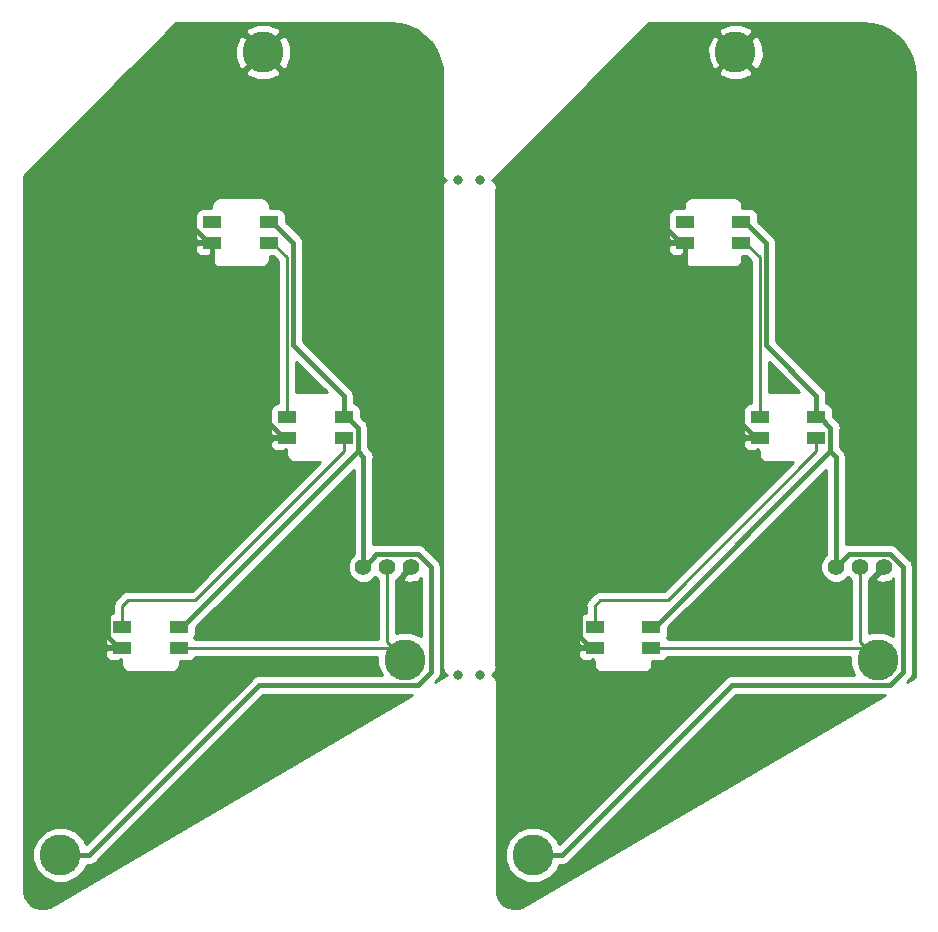
<source format=gbl>
G04 #@! TF.GenerationSoftware,KiCad,Pcbnew,5.0.2-bee76a0~70~ubuntu18.04.1*
G04 #@! TF.CreationDate,2019-06-15T01:44:12+09:00*
G04 #@! TF.ProjectId,shield,73686965-6c64-42e6-9b69-6361645f7063,rev?*
G04 #@! TF.SameCoordinates,Original*
G04 #@! TF.FileFunction,Copper,L2,Bot*
G04 #@! TF.FilePolarity,Positive*
%FSLAX46Y46*%
G04 Gerber Fmt 4.6, Leading zero omitted, Abs format (unit mm)*
G04 Created by KiCad (PCBNEW 5.0.2-bee76a0~70~ubuntu18.04.1) date 2019年06月15日 01時44分12秒*
%MOMM*%
%LPD*%
G01*
G04 APERTURE LIST*
G04 #@! TA.AperFunction,SMDPad,CuDef*
%ADD10R,1.600000X1.000000*%
G04 #@! TD*
G04 #@! TA.AperFunction,ComponentPad*
%ADD11C,1.397000*%
G04 #@! TD*
G04 #@! TA.AperFunction,ComponentPad*
%ADD12C,3.470000*%
G04 #@! TD*
G04 #@! TA.AperFunction,ViaPad*
%ADD13C,0.800000*%
G04 #@! TD*
G04 #@! TA.AperFunction,Conductor*
%ADD14C,0.400000*%
G04 #@! TD*
G04 #@! TA.AperFunction,Conductor*
%ADD15C,0.250000*%
G04 #@! TD*
G04 #@! TA.AperFunction,Conductor*
%ADD16C,0.254000*%
G04 #@! TD*
G04 APERTURE END LIST*
D10*
G04 #@! TO.P,L1,2*
G04 #@! TO.N,GND*
X109360000Y-74535000D03*
G04 #@! TO.P,L1,1*
G04 #@! TO.N,Net-(L1-Pad1)*
X109360000Y-72785000D03*
G04 #@! TO.P,L1,4*
G04 #@! TO.N,VCC*
X114160000Y-72785000D03*
G04 #@! TO.P,L1,3*
G04 #@! TO.N,LED*
X114160000Y-74535000D03*
G04 #@! TD*
D11*
G04 #@! TO.P,GND,1*
G04 #@! TO.N,GND*
X133858000Y-67691000D03*
G04 #@! TD*
D10*
G04 #@! TO.P,L3,2*
G04 #@! TO.N,GND*
X116980000Y-40245000D03*
G04 #@! TO.P,L3,1*
G04 #@! TO.N,Net-(L3-Pad1)*
X116980000Y-38495000D03*
G04 #@! TO.P,L3,4*
G04 #@! TO.N,VCC*
X121780000Y-38495000D03*
G04 #@! TO.P,L3,3*
G04 #@! TO.N,Net-(L2-Pad1)*
X121780000Y-40245000D03*
G04 #@! TD*
D12*
G04 #@! TO.P,J5,1*
G04 #@! TO.N,GND*
X121285000Y-24130000D03*
G04 #@! TD*
G04 #@! TO.P,J4,1*
G04 #@! TO.N,VCC*
X104140000Y-92075000D03*
G04 #@! TD*
G04 #@! TO.P,J3,1*
G04 #@! TO.N,LED*
X133350000Y-75565000D03*
G04 #@! TD*
D11*
G04 #@! TO.P,VCC,1*
G04 #@! TO.N,VCC*
X129794000Y-67691000D03*
G04 #@! TD*
D10*
G04 #@! TO.P,L2,2*
G04 #@! TO.N,GND*
X123330000Y-56755000D03*
G04 #@! TO.P,L2,1*
G04 #@! TO.N,Net-(L2-Pad1)*
X123330000Y-55005000D03*
G04 #@! TO.P,L2,4*
G04 #@! TO.N,VCC*
X128130000Y-55005000D03*
G04 #@! TO.P,L2,3*
G04 #@! TO.N,Net-(L1-Pad1)*
X128130000Y-56755000D03*
G04 #@! TD*
D11*
G04 #@! TO.P,LED,1*
G04 #@! TO.N,LED*
X131826000Y-67691000D03*
G04 #@! TD*
G04 #@! TO.P,GND,1*
G04 #@! TO.N,GND*
X93853000Y-67691000D03*
G04 #@! TD*
G04 #@! TO.P,VCC,1*
G04 #@! TO.N,VCC*
X89789000Y-67691000D03*
G04 #@! TD*
G04 #@! TO.P,LED,1*
G04 #@! TO.N,LED*
X91821000Y-67691000D03*
G04 #@! TD*
D10*
G04 #@! TO.P,L1,3*
G04 #@! TO.N,LED*
X74155000Y-74535000D03*
G04 #@! TO.P,L1,4*
G04 #@! TO.N,VCC*
X74155000Y-72785000D03*
G04 #@! TO.P,L1,1*
G04 #@! TO.N,Net-(L1-Pad1)*
X69355000Y-72785000D03*
G04 #@! TO.P,L1,2*
G04 #@! TO.N,GND*
X69355000Y-74535000D03*
G04 #@! TD*
G04 #@! TO.P,L2,3*
G04 #@! TO.N,Net-(L1-Pad1)*
X88125000Y-56755000D03*
G04 #@! TO.P,L2,4*
G04 #@! TO.N,VCC*
X88125000Y-55005000D03*
G04 #@! TO.P,L2,1*
G04 #@! TO.N,Net-(L2-Pad1)*
X83325000Y-55005000D03*
G04 #@! TO.P,L2,2*
G04 #@! TO.N,GND*
X83325000Y-56755000D03*
G04 #@! TD*
G04 #@! TO.P,L3,3*
G04 #@! TO.N,Net-(L2-Pad1)*
X81775000Y-40245000D03*
G04 #@! TO.P,L3,4*
G04 #@! TO.N,VCC*
X81775000Y-38495000D03*
G04 #@! TO.P,L3,1*
G04 #@! TO.N,Net-(L3-Pad1)*
X76975000Y-38495000D03*
G04 #@! TO.P,L3,2*
G04 #@! TO.N,GND*
X76975000Y-40245000D03*
G04 #@! TD*
D12*
G04 #@! TO.P,J4,1*
G04 #@! TO.N,VCC*
X64135000Y-92075000D03*
G04 #@! TD*
G04 #@! TO.P,J5,1*
G04 #@! TO.N,GND*
X81280000Y-24130000D03*
G04 #@! TD*
G04 #@! TO.P,J3,1*
G04 #@! TO.N,LED*
X93345000Y-75565000D03*
G04 #@! TD*
D13*
G04 #@! TO.N,GND*
X97790000Y-34925000D03*
X99695000Y-34925000D03*
X97790000Y-76835000D03*
X99695000Y-76835000D03*
X90170000Y-72390000D03*
X85090000Y-52070000D03*
X130175000Y-72390000D03*
X125095000Y-52070000D03*
G04 #@! TD*
D14*
G04 #@! TO.N,VCC*
X88425000Y-55005000D02*
X88125000Y-55005000D01*
X89325001Y-57914999D02*
X89325000Y-55905000D01*
X74455000Y-72785000D02*
X89325001Y-57914999D01*
X89325000Y-55905000D02*
X88425000Y-55005000D01*
X74155000Y-72785000D02*
X74455000Y-72785000D01*
X89789000Y-58378998D02*
X89325001Y-57914999D01*
X89789000Y-67691000D02*
X89789000Y-58378998D01*
X82075000Y-38495000D02*
X81775000Y-38495000D01*
X83850010Y-40270010D02*
X82075000Y-38495000D01*
X88125000Y-53200000D02*
X83850010Y-48925010D01*
X83850010Y-48925010D02*
X83850010Y-40270010D01*
X88125000Y-55005000D02*
X88125000Y-53200000D01*
X90487499Y-66992501D02*
X89789000Y-67691000D01*
X90887501Y-66592499D02*
X90487499Y-66992501D01*
X94380281Y-66592499D02*
X90887501Y-66592499D01*
X95480001Y-67692219D02*
X94380281Y-66592499D01*
X95480001Y-76589801D02*
X95480001Y-67692219D01*
X94369801Y-77700001D02*
X95480001Y-76589801D01*
X80963659Y-77700001D02*
X94369801Y-77700001D01*
X66588660Y-92075000D02*
X80963659Y-77700001D01*
X64135000Y-92075000D02*
X66588660Y-92075000D01*
X114160000Y-72785000D02*
X114460000Y-72785000D01*
X129794000Y-58378998D02*
X129330001Y-57914999D01*
X129794000Y-67691000D02*
X129794000Y-58378998D01*
X114460000Y-72785000D02*
X129330001Y-57914999D01*
X120968659Y-77700001D02*
X134374801Y-77700001D01*
X106593660Y-92075000D02*
X120968659Y-77700001D01*
X104140000Y-92075000D02*
X106593660Y-92075000D01*
X130492499Y-66992501D02*
X129794000Y-67691000D01*
X130892501Y-66592499D02*
X130492499Y-66992501D01*
X134385281Y-66592499D02*
X130892501Y-66592499D01*
X135485001Y-67692219D02*
X134385281Y-66592499D01*
X135485001Y-76589801D02*
X135485001Y-67692219D01*
X134374801Y-77700001D02*
X135485001Y-76589801D01*
X122080000Y-38495000D02*
X121780000Y-38495000D01*
X123855010Y-40270010D02*
X122080000Y-38495000D01*
X128130000Y-53200000D02*
X123855010Y-48925010D01*
X123855010Y-48925010D02*
X123855010Y-40270010D01*
X128130000Y-55005000D02*
X128130000Y-53200000D01*
X128430000Y-55005000D02*
X128130000Y-55005000D01*
X129330001Y-57914999D02*
X129330000Y-55905000D01*
X129330000Y-55905000D02*
X128430000Y-55005000D01*
D15*
G04 #@! TO.N,LED*
X91821000Y-74041000D02*
X93345000Y-75565000D01*
X91821000Y-67691000D02*
X91821000Y-74041000D01*
X92315000Y-74535000D02*
X93345000Y-75565000D01*
X74155000Y-74535000D02*
X92315000Y-74535000D01*
X132320000Y-74535000D02*
X133350000Y-75565000D01*
X114160000Y-74535000D02*
X132320000Y-74535000D01*
X131826000Y-74041000D02*
X133350000Y-75565000D01*
X131826000Y-67691000D02*
X131826000Y-74041000D01*
G04 #@! TO.N,Net-(L1-Pad1)*
X88125000Y-56755000D02*
X88125000Y-57925000D01*
X69355000Y-72785000D02*
X69355000Y-70980000D01*
X69355000Y-70980000D02*
X69850000Y-70485000D01*
X69850000Y-70485000D02*
X75565000Y-70485000D01*
X88125000Y-57925000D02*
X75565000Y-70485000D01*
X128130000Y-56755000D02*
X128130000Y-57925000D01*
X109360000Y-72785000D02*
X109360000Y-70980000D01*
X109360000Y-70980000D02*
X109855000Y-70485000D01*
X109855000Y-70485000D02*
X115570000Y-70485000D01*
X128130000Y-57925000D02*
X115570000Y-70485000D01*
D14*
G04 #@! TO.N,GND*
X81280000Y-24130000D02*
X74930000Y-30480000D01*
X76675000Y-40245000D02*
X76975000Y-40245000D01*
X74930000Y-38500000D02*
X76675000Y-40245000D01*
X74930000Y-30480000D02*
X74930000Y-38500000D01*
X83025000Y-56755000D02*
X83325000Y-56755000D01*
X76975000Y-50705000D02*
X83025000Y-56755000D01*
X76975000Y-40245000D02*
X76975000Y-50705000D01*
X68155000Y-73635000D02*
X69055000Y-74535000D01*
X69055000Y-74535000D02*
X69355000Y-74535000D01*
X68154999Y-70725001D02*
X68155000Y-73635000D01*
X82125000Y-56755000D02*
X68154999Y-70725001D01*
X83325000Y-56755000D02*
X82125000Y-56755000D01*
X123330000Y-56755000D02*
X122130000Y-56755000D01*
X123030000Y-56755000D02*
X123330000Y-56755000D01*
X116980000Y-50705000D02*
X123030000Y-56755000D01*
X116980000Y-40245000D02*
X116980000Y-50705000D01*
X108160000Y-73635000D02*
X109060000Y-74535000D01*
X109060000Y-74535000D02*
X109360000Y-74535000D01*
X108159999Y-70725001D02*
X108160000Y-73635000D01*
X122130000Y-56755000D02*
X108159999Y-70725001D01*
X121285000Y-24130000D02*
X114935000Y-30480000D01*
X116680000Y-40245000D02*
X116980000Y-40245000D01*
X114935000Y-38500000D02*
X116680000Y-40245000D01*
X114935000Y-30480000D02*
X114935000Y-38500000D01*
D15*
G04 #@! TO.N,Net-(L2-Pad1)*
X82075000Y-40245000D02*
X81775000Y-40245000D01*
X83325000Y-41495000D02*
X82075000Y-40245000D01*
X83325000Y-55005000D02*
X83325000Y-41495000D01*
X122080000Y-40245000D02*
X121780000Y-40245000D01*
X123330000Y-41495000D02*
X122080000Y-40245000D01*
X123330000Y-55005000D02*
X123330000Y-41495000D01*
G04 #@! TD*
D16*
G04 #@! TO.N,GND*
G36*
X132853358Y-21736842D02*
X133602277Y-21941723D01*
X134303072Y-22275986D01*
X134933605Y-22729069D01*
X135473934Y-23286645D01*
X135906989Y-23931099D01*
X136219073Y-24642044D01*
X136401640Y-25402493D01*
X136450000Y-26061031D01*
X136450001Y-77062750D01*
X135830668Y-77425002D01*
X136017284Y-77238386D01*
X136087002Y-77191802D01*
X136271553Y-76915602D01*
X136320001Y-76672038D01*
X136320001Y-76672037D01*
X136336359Y-76589801D01*
X136320001Y-76507564D01*
X136320001Y-67774456D01*
X136336359Y-67692219D01*
X136271553Y-67366418D01*
X136133585Y-67159935D01*
X136087002Y-67090218D01*
X136017283Y-67043634D01*
X135033868Y-66060219D01*
X134987282Y-65990498D01*
X134711082Y-65805947D01*
X134467518Y-65757499D01*
X134467514Y-65757499D01*
X134385281Y-65741142D01*
X134303048Y-65757499D01*
X130974733Y-65757499D01*
X130892500Y-65741142D01*
X130810267Y-65757499D01*
X130810264Y-65757499D01*
X130629000Y-65793555D01*
X130629000Y-58461235D01*
X130645358Y-58378998D01*
X130580552Y-58053198D01*
X130580552Y-58053197D01*
X130396001Y-57776997D01*
X130326280Y-57730411D01*
X130165001Y-57569132D01*
X130164999Y-55987237D01*
X130181357Y-55904999D01*
X130116552Y-55579199D01*
X129978584Y-55372716D01*
X129978582Y-55372714D01*
X129932000Y-55302999D01*
X129862284Y-55256417D01*
X129577440Y-54971572D01*
X129577440Y-54505000D01*
X129528157Y-54257235D01*
X129387809Y-54047191D01*
X129177765Y-53906843D01*
X128965000Y-53864522D01*
X128965000Y-53282237D01*
X128981358Y-53200000D01*
X128916552Y-52874199D01*
X128778584Y-52667716D01*
X128732001Y-52597999D01*
X128662283Y-52551415D01*
X124690010Y-48579143D01*
X124690010Y-40352242D01*
X124706367Y-40270009D01*
X124690010Y-40187776D01*
X124690010Y-40187773D01*
X124641562Y-39944209D01*
X124457011Y-39668009D01*
X124387293Y-39621425D01*
X123227440Y-38461573D01*
X123227440Y-37995000D01*
X123178157Y-37747235D01*
X123037809Y-37537191D01*
X122827765Y-37396843D01*
X122580000Y-37347560D01*
X121840000Y-37347560D01*
X121840000Y-37189926D01*
X121853909Y-37120000D01*
X121798805Y-36842972D01*
X121641881Y-36608119D01*
X121407028Y-36451195D01*
X121199926Y-36410000D01*
X121199925Y-36410000D01*
X121130000Y-36396091D01*
X121060074Y-36410000D01*
X117699925Y-36410000D01*
X117630000Y-36396091D01*
X117560074Y-36410000D01*
X117352972Y-36451195D01*
X117118119Y-36608119D01*
X116961195Y-36842972D01*
X116906091Y-37120000D01*
X116920000Y-37189926D01*
X116920000Y-37347560D01*
X116180000Y-37347560D01*
X115932235Y-37396843D01*
X115722191Y-37537191D01*
X115581843Y-37747235D01*
X115532560Y-37995000D01*
X115532560Y-38995000D01*
X115581843Y-39242765D01*
X115662900Y-39364074D01*
X115641673Y-39385301D01*
X115545000Y-39618690D01*
X115545000Y-39959250D01*
X115703750Y-40118000D01*
X116853000Y-40118000D01*
X116853000Y-40098000D01*
X116920001Y-40098000D01*
X116920001Y-40392000D01*
X116853000Y-40392000D01*
X116853000Y-40372000D01*
X115703750Y-40372000D01*
X115545000Y-40530750D01*
X115545000Y-40871310D01*
X115641673Y-41104699D01*
X115820302Y-41283327D01*
X116053691Y-41380000D01*
X116694250Y-41380000D01*
X116852998Y-41221252D01*
X116852998Y-41380000D01*
X116920001Y-41380000D01*
X116920001Y-41550069D01*
X116906091Y-41620000D01*
X116961195Y-41897028D01*
X117118119Y-42131881D01*
X117352972Y-42288805D01*
X117560074Y-42330000D01*
X117560075Y-42330000D01*
X117630000Y-42343909D01*
X117699926Y-42330000D01*
X121060075Y-42330000D01*
X121130000Y-42343909D01*
X121407028Y-42288805D01*
X121641881Y-42131881D01*
X121798805Y-41897028D01*
X121840000Y-41689926D01*
X121853909Y-41620000D01*
X121840000Y-41550074D01*
X121840000Y-41392440D01*
X122152639Y-41392440D01*
X122570001Y-41809803D01*
X122570000Y-53857560D01*
X122530000Y-53857560D01*
X122282235Y-53906843D01*
X122072191Y-54047191D01*
X121931843Y-54257235D01*
X121882560Y-54505000D01*
X121882560Y-55505000D01*
X121931843Y-55752765D01*
X122012900Y-55874074D01*
X121991673Y-55895301D01*
X121895000Y-56128690D01*
X121895000Y-56469250D01*
X122053750Y-56628000D01*
X123203000Y-56628000D01*
X123203000Y-56608000D01*
X123270001Y-56608000D01*
X123270001Y-56902000D01*
X123203000Y-56902000D01*
X123203000Y-56882000D01*
X122053750Y-56882000D01*
X121895000Y-57040750D01*
X121895000Y-57381310D01*
X121991673Y-57614699D01*
X122170302Y-57793327D01*
X122403691Y-57890000D01*
X123044250Y-57890000D01*
X123202998Y-57731252D01*
X123202998Y-57890000D01*
X123270001Y-57890000D01*
X123270001Y-58060069D01*
X123256091Y-58130000D01*
X123311195Y-58407028D01*
X123468119Y-58641881D01*
X123702972Y-58798805D01*
X123910074Y-58840000D01*
X123910075Y-58840000D01*
X123980000Y-58853909D01*
X124049926Y-58840000D01*
X126140197Y-58840000D01*
X115255199Y-69725000D01*
X109929848Y-69725000D01*
X109855000Y-69710112D01*
X109780152Y-69725000D01*
X109780148Y-69725000D01*
X109606605Y-69759520D01*
X109558462Y-69769096D01*
X109371418Y-69894076D01*
X109307071Y-69937071D01*
X109264671Y-70000528D01*
X108875527Y-70389671D01*
X108812072Y-70432071D01*
X108769672Y-70495527D01*
X108769671Y-70495528D01*
X108644097Y-70683463D01*
X108585112Y-70980000D01*
X108600001Y-71054852D01*
X108600001Y-71637560D01*
X108560000Y-71637560D01*
X108312235Y-71686843D01*
X108102191Y-71827191D01*
X107961843Y-72037235D01*
X107912560Y-72285000D01*
X107912560Y-73285000D01*
X107961843Y-73532765D01*
X108042900Y-73654074D01*
X108021673Y-73675301D01*
X107925000Y-73908690D01*
X107925000Y-74249250D01*
X108083750Y-74408000D01*
X109233000Y-74408000D01*
X109233000Y-74388000D01*
X109300001Y-74388000D01*
X109300001Y-74682000D01*
X109233000Y-74682000D01*
X109233000Y-74662000D01*
X108083750Y-74662000D01*
X107925000Y-74820750D01*
X107925000Y-75161310D01*
X108021673Y-75394699D01*
X108200302Y-75573327D01*
X108433691Y-75670000D01*
X109074250Y-75670000D01*
X109232998Y-75511252D01*
X109232998Y-75670000D01*
X109300001Y-75670000D01*
X109300001Y-75840069D01*
X109286091Y-75910000D01*
X109341195Y-76187028D01*
X109498119Y-76421881D01*
X109732972Y-76578805D01*
X109940074Y-76620000D01*
X109940075Y-76620000D01*
X110010000Y-76633909D01*
X110079926Y-76620000D01*
X113440075Y-76620000D01*
X113510000Y-76633909D01*
X113787028Y-76578805D01*
X114021881Y-76421881D01*
X114178805Y-76187028D01*
X114220000Y-75979926D01*
X114233909Y-75910000D01*
X114220000Y-75840074D01*
X114220000Y-75682440D01*
X114960000Y-75682440D01*
X115207765Y-75633157D01*
X115417809Y-75492809D01*
X115549982Y-75295000D01*
X130980000Y-75295000D01*
X130980000Y-76036422D01*
X131323209Y-76865001D01*
X121050896Y-76865001D01*
X120968659Y-76848643D01*
X120886422Y-76865001D01*
X120642858Y-76913449D01*
X120366658Y-77098000D01*
X120320074Y-77167718D01*
X106326712Y-91161081D01*
X106149189Y-90732503D01*
X105482497Y-90065811D01*
X104611422Y-89705000D01*
X103668578Y-89705000D01*
X102797503Y-90065811D01*
X102130811Y-90732503D01*
X101770000Y-91603578D01*
X101770000Y-92546422D01*
X102130811Y-93417497D01*
X102797503Y-94084189D01*
X103668578Y-94445000D01*
X104611422Y-94445000D01*
X105482497Y-94084189D01*
X106149189Y-93417497D01*
X106359401Y-92910000D01*
X106511427Y-92910000D01*
X106593660Y-92926357D01*
X106675893Y-92910000D01*
X106675897Y-92910000D01*
X106919461Y-92861552D01*
X107195661Y-92677001D01*
X107242247Y-92607280D01*
X121314527Y-78535001D01*
X133932927Y-78535001D01*
X103217088Y-96500869D01*
X102831308Y-96605314D01*
X102417704Y-96606388D01*
X102017922Y-96500379D01*
X101659196Y-96294510D01*
X101365974Y-96002807D01*
X101158245Y-95645158D01*
X101065000Y-95300744D01*
X101065000Y-77397612D01*
X101022354Y-77183217D01*
X100859905Y-76940095D01*
X100680120Y-76819967D01*
X100841881Y-76711881D01*
X100998805Y-76477028D01*
X101026084Y-76339888D01*
X101040000Y-76269926D01*
X101040000Y-76269925D01*
X101053909Y-76200000D01*
X101040000Y-76130074D01*
X101040000Y-35758071D01*
X101079399Y-35560000D01*
X101022354Y-35273217D01*
X100859905Y-35030095D01*
X100702619Y-34925000D01*
X100859905Y-34819905D01*
X100972107Y-34651983D01*
X109810394Y-25813696D01*
X119780909Y-25813696D01*
X119969366Y-26156881D01*
X120845166Y-26506065D01*
X121787927Y-26493514D01*
X122600634Y-26156881D01*
X122789091Y-25813696D01*
X121285000Y-24309605D01*
X119780909Y-25813696D01*
X109810394Y-25813696D01*
X111933925Y-23690166D01*
X118908935Y-23690166D01*
X118921486Y-24632927D01*
X119258119Y-25445634D01*
X119601304Y-25634091D01*
X121105395Y-24130000D01*
X121464605Y-24130000D01*
X122968696Y-25634091D01*
X123311881Y-25445634D01*
X123661065Y-24569834D01*
X123648514Y-23627073D01*
X123311881Y-22814366D01*
X122968696Y-22625909D01*
X121464605Y-24130000D01*
X121105395Y-24130000D01*
X119601304Y-22625909D01*
X119258119Y-22814366D01*
X118908935Y-23690166D01*
X111933925Y-23690166D01*
X113177787Y-22446304D01*
X119780909Y-22446304D01*
X121285000Y-23950395D01*
X122789091Y-22446304D01*
X122600634Y-22103119D01*
X121724834Y-21753935D01*
X120782073Y-21766486D01*
X119969366Y-22103119D01*
X119780909Y-22446304D01*
X113177787Y-22446304D01*
X113959092Y-21665000D01*
X132048382Y-21665000D01*
X132853358Y-21736842D01*
X132853358Y-21736842D01*
G37*
X132853358Y-21736842D02*
X133602277Y-21941723D01*
X134303072Y-22275986D01*
X134933605Y-22729069D01*
X135473934Y-23286645D01*
X135906989Y-23931099D01*
X136219073Y-24642044D01*
X136401640Y-25402493D01*
X136450000Y-26061031D01*
X136450001Y-77062750D01*
X135830668Y-77425002D01*
X136017284Y-77238386D01*
X136087002Y-77191802D01*
X136271553Y-76915602D01*
X136320001Y-76672038D01*
X136320001Y-76672037D01*
X136336359Y-76589801D01*
X136320001Y-76507564D01*
X136320001Y-67774456D01*
X136336359Y-67692219D01*
X136271553Y-67366418D01*
X136133585Y-67159935D01*
X136087002Y-67090218D01*
X136017283Y-67043634D01*
X135033868Y-66060219D01*
X134987282Y-65990498D01*
X134711082Y-65805947D01*
X134467518Y-65757499D01*
X134467514Y-65757499D01*
X134385281Y-65741142D01*
X134303048Y-65757499D01*
X130974733Y-65757499D01*
X130892500Y-65741142D01*
X130810267Y-65757499D01*
X130810264Y-65757499D01*
X130629000Y-65793555D01*
X130629000Y-58461235D01*
X130645358Y-58378998D01*
X130580552Y-58053198D01*
X130580552Y-58053197D01*
X130396001Y-57776997D01*
X130326280Y-57730411D01*
X130165001Y-57569132D01*
X130164999Y-55987237D01*
X130181357Y-55904999D01*
X130116552Y-55579199D01*
X129978584Y-55372716D01*
X129978582Y-55372714D01*
X129932000Y-55302999D01*
X129862284Y-55256417D01*
X129577440Y-54971572D01*
X129577440Y-54505000D01*
X129528157Y-54257235D01*
X129387809Y-54047191D01*
X129177765Y-53906843D01*
X128965000Y-53864522D01*
X128965000Y-53282237D01*
X128981358Y-53200000D01*
X128916552Y-52874199D01*
X128778584Y-52667716D01*
X128732001Y-52597999D01*
X128662283Y-52551415D01*
X124690010Y-48579143D01*
X124690010Y-40352242D01*
X124706367Y-40270009D01*
X124690010Y-40187776D01*
X124690010Y-40187773D01*
X124641562Y-39944209D01*
X124457011Y-39668009D01*
X124387293Y-39621425D01*
X123227440Y-38461573D01*
X123227440Y-37995000D01*
X123178157Y-37747235D01*
X123037809Y-37537191D01*
X122827765Y-37396843D01*
X122580000Y-37347560D01*
X121840000Y-37347560D01*
X121840000Y-37189926D01*
X121853909Y-37120000D01*
X121798805Y-36842972D01*
X121641881Y-36608119D01*
X121407028Y-36451195D01*
X121199926Y-36410000D01*
X121199925Y-36410000D01*
X121130000Y-36396091D01*
X121060074Y-36410000D01*
X117699925Y-36410000D01*
X117630000Y-36396091D01*
X117560074Y-36410000D01*
X117352972Y-36451195D01*
X117118119Y-36608119D01*
X116961195Y-36842972D01*
X116906091Y-37120000D01*
X116920000Y-37189926D01*
X116920000Y-37347560D01*
X116180000Y-37347560D01*
X115932235Y-37396843D01*
X115722191Y-37537191D01*
X115581843Y-37747235D01*
X115532560Y-37995000D01*
X115532560Y-38995000D01*
X115581843Y-39242765D01*
X115662900Y-39364074D01*
X115641673Y-39385301D01*
X115545000Y-39618690D01*
X115545000Y-39959250D01*
X115703750Y-40118000D01*
X116853000Y-40118000D01*
X116853000Y-40098000D01*
X116920001Y-40098000D01*
X116920001Y-40392000D01*
X116853000Y-40392000D01*
X116853000Y-40372000D01*
X115703750Y-40372000D01*
X115545000Y-40530750D01*
X115545000Y-40871310D01*
X115641673Y-41104699D01*
X115820302Y-41283327D01*
X116053691Y-41380000D01*
X116694250Y-41380000D01*
X116852998Y-41221252D01*
X116852998Y-41380000D01*
X116920001Y-41380000D01*
X116920001Y-41550069D01*
X116906091Y-41620000D01*
X116961195Y-41897028D01*
X117118119Y-42131881D01*
X117352972Y-42288805D01*
X117560074Y-42330000D01*
X117560075Y-42330000D01*
X117630000Y-42343909D01*
X117699926Y-42330000D01*
X121060075Y-42330000D01*
X121130000Y-42343909D01*
X121407028Y-42288805D01*
X121641881Y-42131881D01*
X121798805Y-41897028D01*
X121840000Y-41689926D01*
X121853909Y-41620000D01*
X121840000Y-41550074D01*
X121840000Y-41392440D01*
X122152639Y-41392440D01*
X122570001Y-41809803D01*
X122570000Y-53857560D01*
X122530000Y-53857560D01*
X122282235Y-53906843D01*
X122072191Y-54047191D01*
X121931843Y-54257235D01*
X121882560Y-54505000D01*
X121882560Y-55505000D01*
X121931843Y-55752765D01*
X122012900Y-55874074D01*
X121991673Y-55895301D01*
X121895000Y-56128690D01*
X121895000Y-56469250D01*
X122053750Y-56628000D01*
X123203000Y-56628000D01*
X123203000Y-56608000D01*
X123270001Y-56608000D01*
X123270001Y-56902000D01*
X123203000Y-56902000D01*
X123203000Y-56882000D01*
X122053750Y-56882000D01*
X121895000Y-57040750D01*
X121895000Y-57381310D01*
X121991673Y-57614699D01*
X122170302Y-57793327D01*
X122403691Y-57890000D01*
X123044250Y-57890000D01*
X123202998Y-57731252D01*
X123202998Y-57890000D01*
X123270001Y-57890000D01*
X123270001Y-58060069D01*
X123256091Y-58130000D01*
X123311195Y-58407028D01*
X123468119Y-58641881D01*
X123702972Y-58798805D01*
X123910074Y-58840000D01*
X123910075Y-58840000D01*
X123980000Y-58853909D01*
X124049926Y-58840000D01*
X126140197Y-58840000D01*
X115255199Y-69725000D01*
X109929848Y-69725000D01*
X109855000Y-69710112D01*
X109780152Y-69725000D01*
X109780148Y-69725000D01*
X109606605Y-69759520D01*
X109558462Y-69769096D01*
X109371418Y-69894076D01*
X109307071Y-69937071D01*
X109264671Y-70000528D01*
X108875527Y-70389671D01*
X108812072Y-70432071D01*
X108769672Y-70495527D01*
X108769671Y-70495528D01*
X108644097Y-70683463D01*
X108585112Y-70980000D01*
X108600001Y-71054852D01*
X108600001Y-71637560D01*
X108560000Y-71637560D01*
X108312235Y-71686843D01*
X108102191Y-71827191D01*
X107961843Y-72037235D01*
X107912560Y-72285000D01*
X107912560Y-73285000D01*
X107961843Y-73532765D01*
X108042900Y-73654074D01*
X108021673Y-73675301D01*
X107925000Y-73908690D01*
X107925000Y-74249250D01*
X108083750Y-74408000D01*
X109233000Y-74408000D01*
X109233000Y-74388000D01*
X109300001Y-74388000D01*
X109300001Y-74682000D01*
X109233000Y-74682000D01*
X109233000Y-74662000D01*
X108083750Y-74662000D01*
X107925000Y-74820750D01*
X107925000Y-75161310D01*
X108021673Y-75394699D01*
X108200302Y-75573327D01*
X108433691Y-75670000D01*
X109074250Y-75670000D01*
X109232998Y-75511252D01*
X109232998Y-75670000D01*
X109300001Y-75670000D01*
X109300001Y-75840069D01*
X109286091Y-75910000D01*
X109341195Y-76187028D01*
X109498119Y-76421881D01*
X109732972Y-76578805D01*
X109940074Y-76620000D01*
X109940075Y-76620000D01*
X110010000Y-76633909D01*
X110079926Y-76620000D01*
X113440075Y-76620000D01*
X113510000Y-76633909D01*
X113787028Y-76578805D01*
X114021881Y-76421881D01*
X114178805Y-76187028D01*
X114220000Y-75979926D01*
X114233909Y-75910000D01*
X114220000Y-75840074D01*
X114220000Y-75682440D01*
X114960000Y-75682440D01*
X115207765Y-75633157D01*
X115417809Y-75492809D01*
X115549982Y-75295000D01*
X130980000Y-75295000D01*
X130980000Y-76036422D01*
X131323209Y-76865001D01*
X121050896Y-76865001D01*
X120968659Y-76848643D01*
X120886422Y-76865001D01*
X120642858Y-76913449D01*
X120366658Y-77098000D01*
X120320074Y-77167718D01*
X106326712Y-91161081D01*
X106149189Y-90732503D01*
X105482497Y-90065811D01*
X104611422Y-89705000D01*
X103668578Y-89705000D01*
X102797503Y-90065811D01*
X102130811Y-90732503D01*
X101770000Y-91603578D01*
X101770000Y-92546422D01*
X102130811Y-93417497D01*
X102797503Y-94084189D01*
X103668578Y-94445000D01*
X104611422Y-94445000D01*
X105482497Y-94084189D01*
X106149189Y-93417497D01*
X106359401Y-92910000D01*
X106511427Y-92910000D01*
X106593660Y-92926357D01*
X106675893Y-92910000D01*
X106675897Y-92910000D01*
X106919461Y-92861552D01*
X107195661Y-92677001D01*
X107242247Y-92607280D01*
X121314527Y-78535001D01*
X133932927Y-78535001D01*
X103217088Y-96500869D01*
X102831308Y-96605314D01*
X102417704Y-96606388D01*
X102017922Y-96500379D01*
X101659196Y-96294510D01*
X101365974Y-96002807D01*
X101158245Y-95645158D01*
X101065000Y-95300744D01*
X101065000Y-77397612D01*
X101022354Y-77183217D01*
X100859905Y-76940095D01*
X100680120Y-76819967D01*
X100841881Y-76711881D01*
X100998805Y-76477028D01*
X101026084Y-76339888D01*
X101040000Y-76269926D01*
X101040000Y-76269925D01*
X101053909Y-76200000D01*
X101040000Y-76130074D01*
X101040000Y-35758071D01*
X101079399Y-35560000D01*
X101022354Y-35273217D01*
X100859905Y-35030095D01*
X100702619Y-34925000D01*
X100859905Y-34819905D01*
X100972107Y-34651983D01*
X109810394Y-25813696D01*
X119780909Y-25813696D01*
X119969366Y-26156881D01*
X120845166Y-26506065D01*
X121787927Y-26493514D01*
X122600634Y-26156881D01*
X122789091Y-25813696D01*
X121285000Y-24309605D01*
X119780909Y-25813696D01*
X109810394Y-25813696D01*
X111933925Y-23690166D01*
X118908935Y-23690166D01*
X118921486Y-24632927D01*
X119258119Y-25445634D01*
X119601304Y-25634091D01*
X121105395Y-24130000D01*
X121464605Y-24130000D01*
X122968696Y-25634091D01*
X123311881Y-25445634D01*
X123661065Y-24569834D01*
X123648514Y-23627073D01*
X123311881Y-22814366D01*
X122968696Y-22625909D01*
X121464605Y-24130000D01*
X121105395Y-24130000D01*
X119601304Y-22625909D01*
X119258119Y-22814366D01*
X118908935Y-23690166D01*
X111933925Y-23690166D01*
X113177787Y-22446304D01*
X119780909Y-22446304D01*
X121285000Y-23950395D01*
X122789091Y-22446304D01*
X122600634Y-22103119D01*
X121724834Y-21753935D01*
X120782073Y-21766486D01*
X119969366Y-22103119D01*
X119780909Y-22446304D01*
X113177787Y-22446304D01*
X113959092Y-21665000D01*
X132048382Y-21665000D01*
X132853358Y-21736842D01*
G36*
X92848358Y-21736842D02*
X93597277Y-21941723D01*
X94298072Y-22275986D01*
X94928605Y-22729069D01*
X95468934Y-23286645D01*
X95901989Y-23931099D01*
X96214073Y-24642044D01*
X96396640Y-25402493D01*
X96432980Y-25897356D01*
X96420000Y-25962613D01*
X96420001Y-34217607D01*
X96405601Y-34290000D01*
X96462646Y-34576783D01*
X96625095Y-34819905D01*
X96782381Y-34925000D01*
X96625095Y-35030095D01*
X96462646Y-35273217D01*
X96405601Y-35560000D01*
X96445001Y-35758076D01*
X96445000Y-76130074D01*
X96431091Y-76200000D01*
X96486195Y-76477028D01*
X96643119Y-76711881D01*
X96827379Y-76835000D01*
X96778203Y-76867859D01*
X95825668Y-77425002D01*
X96012284Y-77238386D01*
X96082002Y-77191802D01*
X96266553Y-76915602D01*
X96315001Y-76672038D01*
X96315001Y-76672037D01*
X96331359Y-76589801D01*
X96315001Y-76507564D01*
X96315001Y-67774456D01*
X96331359Y-67692219D01*
X96266553Y-67366418D01*
X96128585Y-67159935D01*
X96082002Y-67090218D01*
X96012283Y-67043634D01*
X95028868Y-66060219D01*
X94982282Y-65990498D01*
X94706082Y-65805947D01*
X94462518Y-65757499D01*
X94462514Y-65757499D01*
X94380281Y-65741142D01*
X94298048Y-65757499D01*
X90969733Y-65757499D01*
X90887500Y-65741142D01*
X90805267Y-65757499D01*
X90805264Y-65757499D01*
X90624000Y-65793555D01*
X90624000Y-58461235D01*
X90640358Y-58378998D01*
X90575552Y-58053198D01*
X90575552Y-58053197D01*
X90391001Y-57776997D01*
X90321280Y-57730411D01*
X90160001Y-57569132D01*
X90159999Y-55987237D01*
X90176357Y-55904999D01*
X90111552Y-55579199D01*
X89973584Y-55372716D01*
X89973582Y-55372714D01*
X89927000Y-55302999D01*
X89857284Y-55256417D01*
X89572440Y-54971572D01*
X89572440Y-54505000D01*
X89523157Y-54257235D01*
X89382809Y-54047191D01*
X89172765Y-53906843D01*
X88960000Y-53864522D01*
X88960000Y-53282237D01*
X88976358Y-53200000D01*
X88911552Y-52874199D01*
X88773584Y-52667716D01*
X88727001Y-52597999D01*
X88657283Y-52551415D01*
X84685010Y-48579143D01*
X84685010Y-40352242D01*
X84701367Y-40270009D01*
X84685010Y-40187776D01*
X84685010Y-40187773D01*
X84636562Y-39944209D01*
X84452011Y-39668009D01*
X84382293Y-39621425D01*
X83222440Y-38461573D01*
X83222440Y-37995000D01*
X83173157Y-37747235D01*
X83032809Y-37537191D01*
X82822765Y-37396843D01*
X82575000Y-37347560D01*
X81835000Y-37347560D01*
X81835000Y-37189926D01*
X81848909Y-37120000D01*
X81793805Y-36842972D01*
X81636881Y-36608119D01*
X81402028Y-36451195D01*
X81194926Y-36410000D01*
X81194925Y-36410000D01*
X81125000Y-36396091D01*
X81055074Y-36410000D01*
X77694925Y-36410000D01*
X77625000Y-36396091D01*
X77555074Y-36410000D01*
X77347972Y-36451195D01*
X77113119Y-36608119D01*
X76956195Y-36842972D01*
X76901091Y-37120000D01*
X76915000Y-37189926D01*
X76915000Y-37347560D01*
X76175000Y-37347560D01*
X75927235Y-37396843D01*
X75717191Y-37537191D01*
X75576843Y-37747235D01*
X75527560Y-37995000D01*
X75527560Y-38995000D01*
X75576843Y-39242765D01*
X75657900Y-39364074D01*
X75636673Y-39385301D01*
X75540000Y-39618690D01*
X75540000Y-39959250D01*
X75698750Y-40118000D01*
X76848000Y-40118000D01*
X76848000Y-40098000D01*
X76915001Y-40098000D01*
X76915001Y-40392000D01*
X76848000Y-40392000D01*
X76848000Y-40372000D01*
X75698750Y-40372000D01*
X75540000Y-40530750D01*
X75540000Y-40871310D01*
X75636673Y-41104699D01*
X75815302Y-41283327D01*
X76048691Y-41380000D01*
X76689250Y-41380000D01*
X76847998Y-41221252D01*
X76847998Y-41380000D01*
X76915001Y-41380000D01*
X76915001Y-41550069D01*
X76901091Y-41620000D01*
X76956195Y-41897028D01*
X77113119Y-42131881D01*
X77347972Y-42288805D01*
X77555074Y-42330000D01*
X77555075Y-42330000D01*
X77625000Y-42343909D01*
X77694926Y-42330000D01*
X81055075Y-42330000D01*
X81125000Y-42343909D01*
X81402028Y-42288805D01*
X81636881Y-42131881D01*
X81793805Y-41897028D01*
X81835000Y-41689926D01*
X81848909Y-41620000D01*
X81835000Y-41550074D01*
X81835000Y-41392440D01*
X82147639Y-41392440D01*
X82565001Y-41809803D01*
X82565000Y-53857560D01*
X82525000Y-53857560D01*
X82277235Y-53906843D01*
X82067191Y-54047191D01*
X81926843Y-54257235D01*
X81877560Y-54505000D01*
X81877560Y-55505000D01*
X81926843Y-55752765D01*
X82007900Y-55874074D01*
X81986673Y-55895301D01*
X81890000Y-56128690D01*
X81890000Y-56469250D01*
X82048750Y-56628000D01*
X83198000Y-56628000D01*
X83198000Y-56608000D01*
X83265001Y-56608000D01*
X83265001Y-56902000D01*
X83198000Y-56902000D01*
X83198000Y-56882000D01*
X82048750Y-56882000D01*
X81890000Y-57040750D01*
X81890000Y-57381310D01*
X81986673Y-57614699D01*
X82165302Y-57793327D01*
X82398691Y-57890000D01*
X83039250Y-57890000D01*
X83197998Y-57731252D01*
X83197998Y-57890000D01*
X83265001Y-57890000D01*
X83265001Y-58060069D01*
X83251091Y-58130000D01*
X83306195Y-58407028D01*
X83463119Y-58641881D01*
X83697972Y-58798805D01*
X83905074Y-58840000D01*
X83905075Y-58840000D01*
X83975000Y-58853909D01*
X84044926Y-58840000D01*
X86135197Y-58840000D01*
X75250199Y-69725000D01*
X69924848Y-69725000D01*
X69850000Y-69710112D01*
X69775152Y-69725000D01*
X69775148Y-69725000D01*
X69601605Y-69759520D01*
X69553462Y-69769096D01*
X69366418Y-69894076D01*
X69302071Y-69937071D01*
X69259671Y-70000528D01*
X68870527Y-70389671D01*
X68807072Y-70432071D01*
X68764672Y-70495527D01*
X68764671Y-70495528D01*
X68639097Y-70683463D01*
X68580112Y-70980000D01*
X68595001Y-71054852D01*
X68595001Y-71637560D01*
X68555000Y-71637560D01*
X68307235Y-71686843D01*
X68097191Y-71827191D01*
X67956843Y-72037235D01*
X67907560Y-72285000D01*
X67907560Y-73285000D01*
X67956843Y-73532765D01*
X68037900Y-73654074D01*
X68016673Y-73675301D01*
X67920000Y-73908690D01*
X67920000Y-74249250D01*
X68078750Y-74408000D01*
X69228000Y-74408000D01*
X69228000Y-74388000D01*
X69295001Y-74388000D01*
X69295001Y-74682000D01*
X69228000Y-74682000D01*
X69228000Y-74662000D01*
X68078750Y-74662000D01*
X67920000Y-74820750D01*
X67920000Y-75161310D01*
X68016673Y-75394699D01*
X68195302Y-75573327D01*
X68428691Y-75670000D01*
X69069250Y-75670000D01*
X69227998Y-75511252D01*
X69227998Y-75670000D01*
X69295001Y-75670000D01*
X69295001Y-75840069D01*
X69281091Y-75910000D01*
X69336195Y-76187028D01*
X69493119Y-76421881D01*
X69727972Y-76578805D01*
X69935074Y-76620000D01*
X69935075Y-76620000D01*
X70005000Y-76633909D01*
X70074926Y-76620000D01*
X73435075Y-76620000D01*
X73505000Y-76633909D01*
X73782028Y-76578805D01*
X74016881Y-76421881D01*
X74173805Y-76187028D01*
X74215000Y-75979926D01*
X74228909Y-75910000D01*
X74215000Y-75840074D01*
X74215000Y-75682440D01*
X74955000Y-75682440D01*
X75202765Y-75633157D01*
X75412809Y-75492809D01*
X75544982Y-75295000D01*
X90975000Y-75295000D01*
X90975000Y-76036422D01*
X91318209Y-76865001D01*
X81045896Y-76865001D01*
X80963659Y-76848643D01*
X80881422Y-76865001D01*
X80637858Y-76913449D01*
X80361658Y-77098000D01*
X80315074Y-77167718D01*
X66321712Y-91161081D01*
X66144189Y-90732503D01*
X65477497Y-90065811D01*
X64606422Y-89705000D01*
X63663578Y-89705000D01*
X62792503Y-90065811D01*
X62125811Y-90732503D01*
X61765000Y-91603578D01*
X61765000Y-92546422D01*
X62125811Y-93417497D01*
X62792503Y-94084189D01*
X63663578Y-94445000D01*
X64606422Y-94445000D01*
X65477497Y-94084189D01*
X66144189Y-93417497D01*
X66354401Y-92910000D01*
X66506427Y-92910000D01*
X66588660Y-92926357D01*
X66670893Y-92910000D01*
X66670897Y-92910000D01*
X66914461Y-92861552D01*
X67190661Y-92677001D01*
X67237247Y-92607280D01*
X81309527Y-78535001D01*
X93927927Y-78535001D01*
X63212088Y-96500869D01*
X62826308Y-96605314D01*
X62412704Y-96606388D01*
X62012922Y-96500379D01*
X61654196Y-96294510D01*
X61360974Y-96002807D01*
X61153245Y-95645158D01*
X61035000Y-95208403D01*
X61035000Y-34584090D01*
X69805394Y-25813696D01*
X79775909Y-25813696D01*
X79964366Y-26156881D01*
X80840166Y-26506065D01*
X81782927Y-26493514D01*
X82595634Y-26156881D01*
X82784091Y-25813696D01*
X81280000Y-24309605D01*
X79775909Y-25813696D01*
X69805394Y-25813696D01*
X71928925Y-23690166D01*
X78903935Y-23690166D01*
X78916486Y-24632927D01*
X79253119Y-25445634D01*
X79596304Y-25634091D01*
X81100395Y-24130000D01*
X81459605Y-24130000D01*
X82963696Y-25634091D01*
X83306881Y-25445634D01*
X83656065Y-24569834D01*
X83643514Y-23627073D01*
X83306881Y-22814366D01*
X82963696Y-22625909D01*
X81459605Y-24130000D01*
X81100395Y-24130000D01*
X79596304Y-22625909D01*
X79253119Y-22814366D01*
X78903935Y-23690166D01*
X71928925Y-23690166D01*
X73172787Y-22446304D01*
X79775909Y-22446304D01*
X81280000Y-23950395D01*
X82784091Y-22446304D01*
X82595634Y-22103119D01*
X81719834Y-21753935D01*
X80777073Y-21766486D01*
X79964366Y-22103119D01*
X79775909Y-22446304D01*
X73172787Y-22446304D01*
X73954092Y-21665000D01*
X92043382Y-21665000D01*
X92848358Y-21736842D01*
X92848358Y-21736842D01*
G37*
X92848358Y-21736842D02*
X93597277Y-21941723D01*
X94298072Y-22275986D01*
X94928605Y-22729069D01*
X95468934Y-23286645D01*
X95901989Y-23931099D01*
X96214073Y-24642044D01*
X96396640Y-25402493D01*
X96432980Y-25897356D01*
X96420000Y-25962613D01*
X96420001Y-34217607D01*
X96405601Y-34290000D01*
X96462646Y-34576783D01*
X96625095Y-34819905D01*
X96782381Y-34925000D01*
X96625095Y-35030095D01*
X96462646Y-35273217D01*
X96405601Y-35560000D01*
X96445001Y-35758076D01*
X96445000Y-76130074D01*
X96431091Y-76200000D01*
X96486195Y-76477028D01*
X96643119Y-76711881D01*
X96827379Y-76835000D01*
X96778203Y-76867859D01*
X95825668Y-77425002D01*
X96012284Y-77238386D01*
X96082002Y-77191802D01*
X96266553Y-76915602D01*
X96315001Y-76672038D01*
X96315001Y-76672037D01*
X96331359Y-76589801D01*
X96315001Y-76507564D01*
X96315001Y-67774456D01*
X96331359Y-67692219D01*
X96266553Y-67366418D01*
X96128585Y-67159935D01*
X96082002Y-67090218D01*
X96012283Y-67043634D01*
X95028868Y-66060219D01*
X94982282Y-65990498D01*
X94706082Y-65805947D01*
X94462518Y-65757499D01*
X94462514Y-65757499D01*
X94380281Y-65741142D01*
X94298048Y-65757499D01*
X90969733Y-65757499D01*
X90887500Y-65741142D01*
X90805267Y-65757499D01*
X90805264Y-65757499D01*
X90624000Y-65793555D01*
X90624000Y-58461235D01*
X90640358Y-58378998D01*
X90575552Y-58053198D01*
X90575552Y-58053197D01*
X90391001Y-57776997D01*
X90321280Y-57730411D01*
X90160001Y-57569132D01*
X90159999Y-55987237D01*
X90176357Y-55904999D01*
X90111552Y-55579199D01*
X89973584Y-55372716D01*
X89973582Y-55372714D01*
X89927000Y-55302999D01*
X89857284Y-55256417D01*
X89572440Y-54971572D01*
X89572440Y-54505000D01*
X89523157Y-54257235D01*
X89382809Y-54047191D01*
X89172765Y-53906843D01*
X88960000Y-53864522D01*
X88960000Y-53282237D01*
X88976358Y-53200000D01*
X88911552Y-52874199D01*
X88773584Y-52667716D01*
X88727001Y-52597999D01*
X88657283Y-52551415D01*
X84685010Y-48579143D01*
X84685010Y-40352242D01*
X84701367Y-40270009D01*
X84685010Y-40187776D01*
X84685010Y-40187773D01*
X84636562Y-39944209D01*
X84452011Y-39668009D01*
X84382293Y-39621425D01*
X83222440Y-38461573D01*
X83222440Y-37995000D01*
X83173157Y-37747235D01*
X83032809Y-37537191D01*
X82822765Y-37396843D01*
X82575000Y-37347560D01*
X81835000Y-37347560D01*
X81835000Y-37189926D01*
X81848909Y-37120000D01*
X81793805Y-36842972D01*
X81636881Y-36608119D01*
X81402028Y-36451195D01*
X81194926Y-36410000D01*
X81194925Y-36410000D01*
X81125000Y-36396091D01*
X81055074Y-36410000D01*
X77694925Y-36410000D01*
X77625000Y-36396091D01*
X77555074Y-36410000D01*
X77347972Y-36451195D01*
X77113119Y-36608119D01*
X76956195Y-36842972D01*
X76901091Y-37120000D01*
X76915000Y-37189926D01*
X76915000Y-37347560D01*
X76175000Y-37347560D01*
X75927235Y-37396843D01*
X75717191Y-37537191D01*
X75576843Y-37747235D01*
X75527560Y-37995000D01*
X75527560Y-38995000D01*
X75576843Y-39242765D01*
X75657900Y-39364074D01*
X75636673Y-39385301D01*
X75540000Y-39618690D01*
X75540000Y-39959250D01*
X75698750Y-40118000D01*
X76848000Y-40118000D01*
X76848000Y-40098000D01*
X76915001Y-40098000D01*
X76915001Y-40392000D01*
X76848000Y-40392000D01*
X76848000Y-40372000D01*
X75698750Y-40372000D01*
X75540000Y-40530750D01*
X75540000Y-40871310D01*
X75636673Y-41104699D01*
X75815302Y-41283327D01*
X76048691Y-41380000D01*
X76689250Y-41380000D01*
X76847998Y-41221252D01*
X76847998Y-41380000D01*
X76915001Y-41380000D01*
X76915001Y-41550069D01*
X76901091Y-41620000D01*
X76956195Y-41897028D01*
X77113119Y-42131881D01*
X77347972Y-42288805D01*
X77555074Y-42330000D01*
X77555075Y-42330000D01*
X77625000Y-42343909D01*
X77694926Y-42330000D01*
X81055075Y-42330000D01*
X81125000Y-42343909D01*
X81402028Y-42288805D01*
X81636881Y-42131881D01*
X81793805Y-41897028D01*
X81835000Y-41689926D01*
X81848909Y-41620000D01*
X81835000Y-41550074D01*
X81835000Y-41392440D01*
X82147639Y-41392440D01*
X82565001Y-41809803D01*
X82565000Y-53857560D01*
X82525000Y-53857560D01*
X82277235Y-53906843D01*
X82067191Y-54047191D01*
X81926843Y-54257235D01*
X81877560Y-54505000D01*
X81877560Y-55505000D01*
X81926843Y-55752765D01*
X82007900Y-55874074D01*
X81986673Y-55895301D01*
X81890000Y-56128690D01*
X81890000Y-56469250D01*
X82048750Y-56628000D01*
X83198000Y-56628000D01*
X83198000Y-56608000D01*
X83265001Y-56608000D01*
X83265001Y-56902000D01*
X83198000Y-56902000D01*
X83198000Y-56882000D01*
X82048750Y-56882000D01*
X81890000Y-57040750D01*
X81890000Y-57381310D01*
X81986673Y-57614699D01*
X82165302Y-57793327D01*
X82398691Y-57890000D01*
X83039250Y-57890000D01*
X83197998Y-57731252D01*
X83197998Y-57890000D01*
X83265001Y-57890000D01*
X83265001Y-58060069D01*
X83251091Y-58130000D01*
X83306195Y-58407028D01*
X83463119Y-58641881D01*
X83697972Y-58798805D01*
X83905074Y-58840000D01*
X83905075Y-58840000D01*
X83975000Y-58853909D01*
X84044926Y-58840000D01*
X86135197Y-58840000D01*
X75250199Y-69725000D01*
X69924848Y-69725000D01*
X69850000Y-69710112D01*
X69775152Y-69725000D01*
X69775148Y-69725000D01*
X69601605Y-69759520D01*
X69553462Y-69769096D01*
X69366418Y-69894076D01*
X69302071Y-69937071D01*
X69259671Y-70000528D01*
X68870527Y-70389671D01*
X68807072Y-70432071D01*
X68764672Y-70495527D01*
X68764671Y-70495528D01*
X68639097Y-70683463D01*
X68580112Y-70980000D01*
X68595001Y-71054852D01*
X68595001Y-71637560D01*
X68555000Y-71637560D01*
X68307235Y-71686843D01*
X68097191Y-71827191D01*
X67956843Y-72037235D01*
X67907560Y-72285000D01*
X67907560Y-73285000D01*
X67956843Y-73532765D01*
X68037900Y-73654074D01*
X68016673Y-73675301D01*
X67920000Y-73908690D01*
X67920000Y-74249250D01*
X68078750Y-74408000D01*
X69228000Y-74408000D01*
X69228000Y-74388000D01*
X69295001Y-74388000D01*
X69295001Y-74682000D01*
X69228000Y-74682000D01*
X69228000Y-74662000D01*
X68078750Y-74662000D01*
X67920000Y-74820750D01*
X67920000Y-75161310D01*
X68016673Y-75394699D01*
X68195302Y-75573327D01*
X68428691Y-75670000D01*
X69069250Y-75670000D01*
X69227998Y-75511252D01*
X69227998Y-75670000D01*
X69295001Y-75670000D01*
X69295001Y-75840069D01*
X69281091Y-75910000D01*
X69336195Y-76187028D01*
X69493119Y-76421881D01*
X69727972Y-76578805D01*
X69935074Y-76620000D01*
X69935075Y-76620000D01*
X70005000Y-76633909D01*
X70074926Y-76620000D01*
X73435075Y-76620000D01*
X73505000Y-76633909D01*
X73782028Y-76578805D01*
X74016881Y-76421881D01*
X74173805Y-76187028D01*
X74215000Y-75979926D01*
X74228909Y-75910000D01*
X74215000Y-75840074D01*
X74215000Y-75682440D01*
X74955000Y-75682440D01*
X75202765Y-75633157D01*
X75412809Y-75492809D01*
X75544982Y-75295000D01*
X90975000Y-75295000D01*
X90975000Y-76036422D01*
X91318209Y-76865001D01*
X81045896Y-76865001D01*
X80963659Y-76848643D01*
X80881422Y-76865001D01*
X80637858Y-76913449D01*
X80361658Y-77098000D01*
X80315074Y-77167718D01*
X66321712Y-91161081D01*
X66144189Y-90732503D01*
X65477497Y-90065811D01*
X64606422Y-89705000D01*
X63663578Y-89705000D01*
X62792503Y-90065811D01*
X62125811Y-90732503D01*
X61765000Y-91603578D01*
X61765000Y-92546422D01*
X62125811Y-93417497D01*
X62792503Y-94084189D01*
X63663578Y-94445000D01*
X64606422Y-94445000D01*
X65477497Y-94084189D01*
X66144189Y-93417497D01*
X66354401Y-92910000D01*
X66506427Y-92910000D01*
X66588660Y-92926357D01*
X66670893Y-92910000D01*
X66670897Y-92910000D01*
X66914461Y-92861552D01*
X67190661Y-92677001D01*
X67237247Y-92607280D01*
X81309527Y-78535001D01*
X93927927Y-78535001D01*
X63212088Y-96500869D01*
X62826308Y-96605314D01*
X62412704Y-96606388D01*
X62012922Y-96500379D01*
X61654196Y-96294510D01*
X61360974Y-96002807D01*
X61153245Y-95645158D01*
X61035000Y-95208403D01*
X61035000Y-34584090D01*
X69805394Y-25813696D01*
X79775909Y-25813696D01*
X79964366Y-26156881D01*
X80840166Y-26506065D01*
X81782927Y-26493514D01*
X82595634Y-26156881D01*
X82784091Y-25813696D01*
X81280000Y-24309605D01*
X79775909Y-25813696D01*
X69805394Y-25813696D01*
X71928925Y-23690166D01*
X78903935Y-23690166D01*
X78916486Y-24632927D01*
X79253119Y-25445634D01*
X79596304Y-25634091D01*
X81100395Y-24130000D01*
X81459605Y-24130000D01*
X82963696Y-25634091D01*
X83306881Y-25445634D01*
X83656065Y-24569834D01*
X83643514Y-23627073D01*
X83306881Y-22814366D01*
X82963696Y-22625909D01*
X81459605Y-24130000D01*
X81100395Y-24130000D01*
X79596304Y-22625909D01*
X79253119Y-22814366D01*
X78903935Y-23690166D01*
X71928925Y-23690166D01*
X73172787Y-22446304D01*
X79775909Y-22446304D01*
X81280000Y-23950395D01*
X82784091Y-22446304D01*
X82595634Y-22103119D01*
X81719834Y-21753935D01*
X80777073Y-21766486D01*
X79964366Y-22103119D01*
X79775909Y-22446304D01*
X73172787Y-22446304D01*
X73954092Y-21665000D01*
X92043382Y-21665000D01*
X92848358Y-21736842D01*
G36*
X88954000Y-66640146D02*
X88658513Y-66935633D01*
X88455500Y-67425750D01*
X88455500Y-67956250D01*
X88658513Y-68446367D01*
X89033633Y-68821487D01*
X89523750Y-69024500D01*
X90054250Y-69024500D01*
X90544367Y-68821487D01*
X90805000Y-68560854D01*
X91061000Y-68816854D01*
X91061001Y-73775000D01*
X75544982Y-73775000D01*
X75468141Y-73660000D01*
X75553157Y-73532765D01*
X75602440Y-73285000D01*
X75602440Y-72818427D01*
X88954001Y-59466867D01*
X88954000Y-66640146D01*
X88954000Y-66640146D01*
G37*
X88954000Y-66640146D02*
X88658513Y-66935633D01*
X88455500Y-67425750D01*
X88455500Y-67956250D01*
X88658513Y-68446367D01*
X89033633Y-68821487D01*
X89523750Y-69024500D01*
X90054250Y-69024500D01*
X90544367Y-68821487D01*
X90805000Y-68560854D01*
X91061000Y-68816854D01*
X91061001Y-73775000D01*
X75544982Y-73775000D01*
X75468141Y-73660000D01*
X75553157Y-73532765D01*
X75602440Y-73285000D01*
X75602440Y-72818427D01*
X88954001Y-59466867D01*
X88954000Y-66640146D01*
G36*
X128959000Y-66640146D02*
X128663513Y-66935633D01*
X128460500Y-67425750D01*
X128460500Y-67956250D01*
X128663513Y-68446367D01*
X129038633Y-68821487D01*
X129528750Y-69024500D01*
X130059250Y-69024500D01*
X130549367Y-68821487D01*
X130810000Y-68560854D01*
X131066000Y-68816854D01*
X131066001Y-73775000D01*
X115549982Y-73775000D01*
X115473141Y-73660000D01*
X115558157Y-73532765D01*
X115607440Y-73285000D01*
X115607440Y-72818427D01*
X128959001Y-59466867D01*
X128959000Y-66640146D01*
X128959000Y-66640146D01*
G37*
X128959000Y-66640146D02*
X128663513Y-66935633D01*
X128460500Y-67425750D01*
X128460500Y-67956250D01*
X128663513Y-68446367D01*
X129038633Y-68821487D01*
X129528750Y-69024500D01*
X130059250Y-69024500D01*
X130549367Y-68821487D01*
X130810000Y-68560854D01*
X131066000Y-68816854D01*
X131066001Y-73775000D01*
X115549982Y-73775000D01*
X115473141Y-73660000D01*
X115558157Y-73532765D01*
X115607440Y-73285000D01*
X115607440Y-72818427D01*
X128959001Y-59466867D01*
X128959000Y-66640146D01*
G36*
X94046748Y-67676858D02*
X94032605Y-67691000D01*
X94046748Y-67705143D01*
X93867143Y-67884748D01*
X93853000Y-67870605D01*
X93098417Y-68625188D01*
X93160071Y-68860800D01*
X93660480Y-69036927D01*
X94190199Y-69008148D01*
X94545929Y-68860800D01*
X94607582Y-68625190D01*
X94645002Y-68662610D01*
X94645001Y-73538209D01*
X93816422Y-73195000D01*
X92873578Y-73195000D01*
X92581000Y-73316190D01*
X92581000Y-68816854D01*
X92951487Y-68446367D01*
X92975146Y-68389249D01*
X93673395Y-67691000D01*
X93659253Y-67676858D01*
X93838858Y-67497253D01*
X93853000Y-67511395D01*
X93867143Y-67497253D01*
X94046748Y-67676858D01*
X94046748Y-67676858D01*
G37*
X94046748Y-67676858D02*
X94032605Y-67691000D01*
X94046748Y-67705143D01*
X93867143Y-67884748D01*
X93853000Y-67870605D01*
X93098417Y-68625188D01*
X93160071Y-68860800D01*
X93660480Y-69036927D01*
X94190199Y-69008148D01*
X94545929Y-68860800D01*
X94607582Y-68625190D01*
X94645002Y-68662610D01*
X94645001Y-73538209D01*
X93816422Y-73195000D01*
X92873578Y-73195000D01*
X92581000Y-73316190D01*
X92581000Y-68816854D01*
X92951487Y-68446367D01*
X92975146Y-68389249D01*
X93673395Y-67691000D01*
X93659253Y-67676858D01*
X93838858Y-67497253D01*
X93853000Y-67511395D01*
X93867143Y-67497253D01*
X94046748Y-67676858D01*
G36*
X134051748Y-67676858D02*
X134037605Y-67691000D01*
X134051748Y-67705143D01*
X133872143Y-67884748D01*
X133858000Y-67870605D01*
X133103417Y-68625188D01*
X133165071Y-68860800D01*
X133665480Y-69036927D01*
X134195199Y-69008148D01*
X134550929Y-68860800D01*
X134612582Y-68625190D01*
X134650002Y-68662610D01*
X134650001Y-73538209D01*
X133821422Y-73195000D01*
X132878578Y-73195000D01*
X132586000Y-73316190D01*
X132586000Y-68816854D01*
X132956487Y-68446367D01*
X132980146Y-68389249D01*
X133678395Y-67691000D01*
X133664253Y-67676858D01*
X133843858Y-67497253D01*
X133858000Y-67511395D01*
X133872143Y-67497253D01*
X134051748Y-67676858D01*
X134051748Y-67676858D01*
G37*
X134051748Y-67676858D02*
X134037605Y-67691000D01*
X134051748Y-67705143D01*
X133872143Y-67884748D01*
X133858000Y-67870605D01*
X133103417Y-68625188D01*
X133165071Y-68860800D01*
X133665480Y-69036927D01*
X134195199Y-69008148D01*
X134550929Y-68860800D01*
X134612582Y-68625190D01*
X134650002Y-68662610D01*
X134650001Y-73538209D01*
X133821422Y-73195000D01*
X132878578Y-73195000D01*
X132586000Y-73316190D01*
X132586000Y-68816854D01*
X132956487Y-68446367D01*
X132980146Y-68389249D01*
X133678395Y-67691000D01*
X133664253Y-67676858D01*
X133843858Y-67497253D01*
X133858000Y-67511395D01*
X133872143Y-67497253D01*
X134051748Y-67676858D01*
G36*
X126669132Y-52920000D02*
X124090000Y-52920000D01*
X124090000Y-50340867D01*
X126669132Y-52920000D01*
X126669132Y-52920000D01*
G37*
X126669132Y-52920000D02*
X124090000Y-52920000D01*
X124090000Y-50340867D01*
X126669132Y-52920000D01*
G36*
X86664132Y-52920000D02*
X84085000Y-52920000D01*
X84085000Y-50340867D01*
X86664132Y-52920000D01*
X86664132Y-52920000D01*
G37*
X86664132Y-52920000D02*
X84085000Y-52920000D01*
X84085000Y-50340867D01*
X86664132Y-52920000D01*
G04 #@! TD*
M02*

</source>
